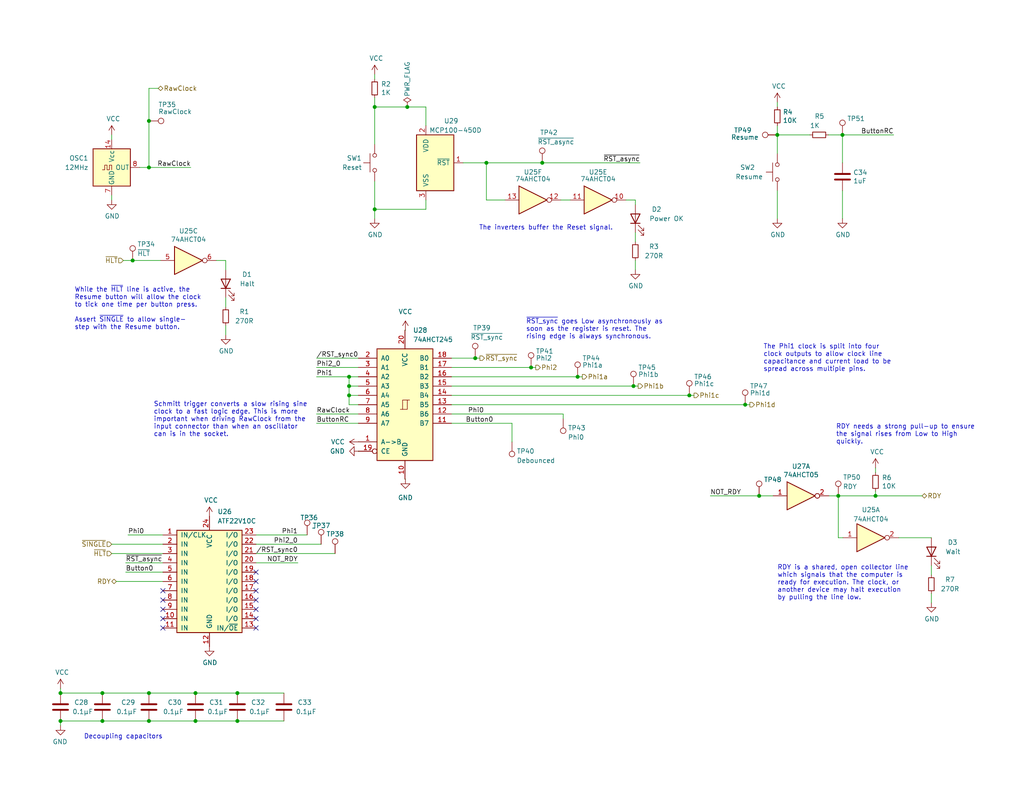
<source format=kicad_sch>
(kicad_sch (version 20230121) (generator eeschema)
  (paper "USLetter")
  (title_block (title "Turtle16: Clock") (date "2023-10-22") (rev "C"))
  (lib_symbols
    (symbol "74xx:74HC245" (pin_names (offset 1.016))
      (property "Reference" "U" (at -7.62 16.51 0))
      (property "Value" "74HC245" (at -7.62 -16.51 0))
      (symbol "74HC245_1_0"
        (polyline (pts (xy -0.635 -1.27) (xy -0.635 1.27) (xy 0.635 1.27)))
        (polyline (pts (xy -1.27 -1.27) (xy 0.635 -1.27) (xy 0.635 1.27) (xy 1.27 1.27)))
        (pin input line (at -12.7 -10.16 0) (length 5.08) (name "A->B") (number "1"))
        (pin power_in line (at 0 -20.32 90) (length 5.08) (name "GND") (number "10"))
        (pin tri_state line (at 12.7 -5.08 180) (length 5.08) (name "B7") (number "11"))
        (pin tri_state line (at 12.7 -2.54 180) (length 5.08) (name "B6") (number "12"))
        (pin tri_state line (at 12.7 0 180) (length 5.08) (name "B5") (number "13"))
        (pin tri_state line (at 12.7 2.54 180) (length 5.08) (name "B4") (number "14"))
        (pin tri_state line (at 12.7 5.08 180) (length 5.08) (name "B3") (number "15"))
        (pin tri_state line (at 12.7 7.62 180) (length 5.08) (name "B2") (number "16"))
        (pin tri_state line (at 12.7 10.16 180) (length 5.08) (name "B1") (number "17"))
        (pin tri_state line (at 12.7 12.7 180) (length 5.08) (name "B0") (number "18"))
        (pin input inverted (at -12.7 -12.7 0) (length 5.08) (name "CE") (number "19"))
        (pin tri_state line (at -12.7 12.7 0) (length 5.08) (name "A0") (number "2"))
        (pin power_in line (at 0 20.32 270) (length 5.08) (name "VCC") (number "20"))
        (pin tri_state line (at -12.7 10.16 0) (length 5.08) (name "A1") (number "3"))
        (pin tri_state line (at -12.7 7.62 0) (length 5.08) (name "A2") (number "4"))
        (pin tri_state line (at -12.7 5.08 0) (length 5.08) (name "A3") (number "5"))
        (pin tri_state line (at -12.7 2.54 0) (length 5.08) (name "A4") (number "6"))
        (pin tri_state line (at -12.7 0 0) (length 5.08) (name "A5") (number "7"))
        (pin tri_state line (at -12.7 -2.54 0) (length 5.08) (name "A6") (number "8"))
        (pin tri_state line (at -12.7 -5.08 0) (length 5.08) (name "A7") (number "9"))
      )
      (symbol "74HC245_1_1"
        (rectangle (start -7.62 15.24) (end 7.62 -15.24) (stroke (width 0.254)) (fill (type background)))
      )
    )
    (symbol "74xx:74LS04"
      (property "Reference" "U" (at 0 1.27 0))
      (property "Value" "74LS04" (at 0 -1.27 0))
      (symbol "74LS04_1_0"
        (polyline (pts (xy -3.81 3.81) (xy -3.81 -3.81) (xy 3.81 0) (xy -3.81 3.81)) (stroke (width 0.254)) (fill (type background)))
        (pin input line (at -7.62 0 0) (length 3.81) (name "~") (number "1"))
        (pin output inverted (at 7.62 0 180) (length 3.81) (name "~") (number "2"))
      )
      (symbol "74LS04_2_0"
        (polyline (pts (xy -3.81 3.81) (xy -3.81 -3.81) (xy 3.81 0) (xy -3.81 3.81)) (stroke (width 0.254)) (fill (type background)))
        (pin input line (at -7.62 0 0) (length 3.81) (name "~") (number "3"))
        (pin output inverted (at 7.62 0 180) (length 3.81) (name "~") (number "4"))
      )
      (symbol "74LS04_3_0"
        (polyline (pts (xy -3.81 3.81) (xy -3.81 -3.81) (xy 3.81 0) (xy -3.81 3.81)) (stroke (width 0.254)) (fill (type background)))
        (pin input line (at -7.62 0 0) (length 3.81) (name "~") (number "5"))
        (pin output inverted (at 7.62 0 180) (length 3.81) (name "~") (number "6"))
      )
      (symbol "74LS04_4_0"
        (polyline (pts (xy -3.81 3.81) (xy -3.81 -3.81) (xy 3.81 0) (xy -3.81 3.81)) (stroke (width 0.254)) (fill (type background)))
        (pin output inverted (at 7.62 0 180) (length 3.81) (name "~") (number "8"))
        (pin input line (at -7.62 0 0) (length 3.81) (name "~") (number "9"))
      )
      (symbol "74LS04_5_0"
        (polyline (pts (xy -3.81 3.81) (xy -3.81 -3.81) (xy 3.81 0) (xy -3.81 3.81)) (stroke (width 0.254)) (fill (type background)))
        (pin output inverted (at 7.62 0 180) (length 3.81) (name "~") (number "10"))
        (pin input line (at -7.62 0 0) (length 3.81) (name "~") (number "11"))
      )
      (symbol "74LS04_6_0"
        (polyline (pts (xy -3.81 3.81) (xy -3.81 -3.81) (xy 3.81 0) (xy -3.81 3.81)) (stroke (width 0.254)) (fill (type background)))
        (pin output inverted (at 7.62 0 180) (length 3.81) (name "~") (number "12"))
        (pin input line (at -7.62 0 0) (length 3.81) (name "~") (number "13"))
      )
      (symbol "74LS04_7_0"
        (pin power_in line (at 0 12.7 270) (length 5.08) (name "VCC") (number "14"))
        (pin power_in line (at 0 -12.7 90) (length 5.08) (name "GND") (number "7"))
      )
      (symbol "74LS04_7_1"
        (rectangle (start -5.08 7.62) (end 5.08 -7.62) (stroke (width 0.254)) (fill (type background)))
      )
    )
    (symbol "74xx:74LS05" (pin_names (offset 1.016))
      (property "Reference" "U" (at 0 1.27 0))
      (property "Value" "74LS05" (at 0 -1.27 0))
      (symbol "74LS05_1_0"
        (polyline (pts (xy -3.81 3.81) (xy -3.81 -3.81) (xy 3.81 0) (xy -3.81 3.81)) (stroke (width 0.254)) (fill (type background)))
        (pin input line (at -7.62 0 0) (length 3.81) (name "~") (number "1"))
        (pin open_collector inverted (at 7.62 0 180) (length 3.81) (name "~") (number "2"))
      )
      (symbol "74LS05_2_0"
        (polyline (pts (xy -3.81 3.81) (xy -3.81 -3.81) (xy 3.81 0) (xy -3.81 3.81)) (stroke (width 0.254)) (fill (type background)))
        (pin input line (at -7.62 0 0) (length 3.81) (name "~") (number "3"))
        (pin open_collector inverted (at 7.62 0 180) (length 3.81) (name "~") (number "4"))
      )
      (symbol "74LS05_3_0"
        (polyline (pts (xy -3.81 3.81) (xy -3.81 -3.81) (xy 3.81 0) (xy -3.81 3.81)) (stroke (width 0.254)) (fill (type background)))
        (pin input line (at -7.62 0 0) (length 3.81) (name "~") (number "5"))
        (pin open_collector inverted (at 7.62 0 180) (length 3.81) (name "~") (number "6"))
      )
      (symbol "74LS05_4_0"
        (polyline (pts (xy -3.81 3.81) (xy -3.81 -3.81) (xy 3.81 0) (xy -3.81 3.81)) (stroke (width 0.254)) (fill (type background)))
        (pin open_collector inverted (at 7.62 0 180) (length 3.81) (name "~") (number "8"))
        (pin input line (at -7.62 0 0) (length 3.81) (name "~") (number "9"))
      )
      (symbol "74LS05_5_0"
        (polyline (pts (xy -3.81 3.81) (xy -3.81 -3.81) (xy 3.81 0) (xy -3.81 3.81)) (stroke (width 0.254)) (fill (type background)))
        (pin open_collector inverted (at 7.62 0 180) (length 3.81) (name "~") (number "10"))
        (pin input line (at -7.62 0 0) (length 3.81) (name "~") (number "11"))
      )
      (symbol "74LS05_6_0"
        (polyline (pts (xy -3.81 3.81) (xy -3.81 -3.81) (xy 3.81 0) (xy -3.81 3.81)) (stroke (width 0.254)) (fill (type background)))
        (pin open_collector inverted (at 7.62 0 180) (length 3.81) (name "~") (number "12"))
        (pin input line (at -7.62 0 0) (length 3.81) (name "~") (number "13"))
      )
      (symbol "74LS05_7_0"
        (pin power_in line (at 0 12.7 270) (length 5.08) (name "VCC") (number "14"))
        (pin power_in line (at 0 -12.7 90) (length 5.08) (name "GND") (number "7"))
      )
      (symbol "74LS05_7_1"
        (rectangle (start -5.08 7.62) (end 5.08 -7.62) (stroke (width 0.254)) (fill (type background)))
      )
    )
    (symbol "Connector:TestPoint" (pin_numbers hide) (pin_names (offset 0.762) hide)
      (property "Reference" "TP" (at 0 6.858 0))
      (property "Value" "TestPoint" (at 0 5.08 0))
      (symbol "TestPoint_0_1"
        (circle (center 0 3.302) (radius 0.762))
      )
      (symbol "TestPoint_1_1"
        (pin passive line (at 0 0 90) (length 2.54) (name "1") (number "1"))
      )
    )
    (symbol "ControlModule-rescue:ATF22V10C-Logic_Programmable" (pin_names (offset 1.016))
      (property "Reference" "U" (at -7.62 17.78 0))
      (property "Value" "ATF22V10C-Logic_Programmable" (at -7.62 15.24 0))
      (symbol "ATF22V10C-Logic_Programmable_1_1"
        (rectangle (start -8.89 -15.24) (end 8.89 12.7) (stroke (width 0.254)) (fill (type background)))
        (pin input line (at -12.7 11.43 0) (length 3.81) (name "IN/CLK") (number "1"))
        (pin input line (at -12.7 -11.43 0) (length 3.81) (name "IN") (number "10"))
        (pin input line (at -12.7 -13.97 0) (length 3.81) (name "IN") (number "11"))
        (pin power_in line (at 0 -19.05 90) (length 3.81) (name "GND") (number "12"))
        (pin input line (at 12.7 -13.97 180) (length 3.81) (name "IN/~{OE}") (number "13"))
        (pin passive line (at 12.7 -11.43 180) (length 3.81) (name "I/O") (number "14"))
        (pin passive line (at 12.7 -8.89 180) (length 3.81) (name "I/O") (number "15"))
        (pin passive line (at 12.7 -6.35 180) (length 3.81) (name "I/O") (number "16"))
        (pin passive line (at 12.7 -3.81 180) (length 3.81) (name "I/O") (number "17"))
        (pin passive line (at 12.7 -1.27 180) (length 3.81) (name "I/O") (number "18"))
        (pin passive line (at 12.7 1.27 180) (length 3.81) (name "I/O") (number "19"))
        (pin input line (at -12.7 8.89 0) (length 3.81) (name "IN") (number "2"))
        (pin passive line (at 12.7 3.81 180) (length 3.81) (name "I/O") (number "20"))
        (pin passive line (at 12.7 6.35 180) (length 3.81) (name "I/O") (number "21"))
        (pin passive line (at 12.7 8.89 180) (length 3.81) (name "I/O") (number "22"))
        (pin passive line (at 12.7 11.43 180) (length 3.81) (name "I/O") (number "23"))
        (pin power_in line (at 0 16.51 270) (length 3.81) (name "VCC") (number "24"))
        (pin input line (at -12.7 6.35 0) (length 3.81) (name "IN") (number "3"))
        (pin input line (at -12.7 3.81 0) (length 3.81) (name "IN") (number "4"))
        (pin input line (at -12.7 1.27 0) (length 3.81) (name "IN") (number "5"))
        (pin input line (at -12.7 -1.27 0) (length 3.81) (name "IN") (number "6"))
        (pin input line (at -12.7 -3.81 0) (length 3.81) (name "IN") (number "7"))
        (pin input line (at -12.7 -6.35 0) (length 3.81) (name "IN") (number "8"))
        (pin input line (at -12.7 -8.89 0) (length 3.81) (name "IN") (number "9"))
      )
    )
    (symbol "Device:C" (pin_numbers hide) (pin_names (offset 0.254))
      (property "Reference" "C" (at 0.635 2.54 0))
      (property "Value" "C" (at 0.635 -2.54 0))
      (symbol "C_0_1"
        (polyline (pts (xy -2.032 -0.762) (xy 2.032 -0.762)) (stroke (width 0.508)))
        (polyline (pts (xy -2.032 0.762) (xy 2.032 0.762)) (stroke (width 0.508)))
      )
      (symbol "C_1_1"
        (pin passive line (at 0 3.81 270) (length 2.794) (name "~") (number "1"))
        (pin passive line (at 0 -3.81 90) (length 2.794) (name "~") (number "2"))
      )
    )
    (symbol "Device:LED" (pin_numbers hide) (pin_names (offset 1.016) hide)
      (property "Reference" "D" (at 0 2.54 0))
      (property "Value" "LED" (at 0 -2.54 0))
      (symbol "LED_0_1"
        (polyline (pts (xy -1.27 -1.27) (xy -1.27 1.27)) (stroke (width 0.254)))
        (polyline (pts (xy -1.27 0) (xy 1.27 0)))
        (polyline (pts (xy 1.27 -1.27) (xy 1.27 1.27) (xy -1.27 0) (xy 1.27 -1.27)) (stroke (width 0.254)))
        (polyline (pts (xy -3.048 -0.762) (xy -4.572 -2.286) (xy -3.81 -2.286) (xy -4.572 -2.286) (xy -4.572 -1.524)))
        (polyline (pts (xy -1.778 -0.762) (xy -3.302 -2.286) (xy -2.54 -2.286) (xy -3.302 -2.286) (xy -3.302 -1.524)))
      )
      (symbol "LED_1_1"
        (pin passive line (at -3.81 0 0) (length 2.54) (name "K") (number "1"))
        (pin passive line (at 3.81 0 180) (length 2.54) (name "A") (number "2"))
      )
    )
    (symbol "Device:R_Small" (pin_numbers hide) (pin_names (offset 0.254) hide)
      (property "Reference" "R" (at 0.762 0.508 0))
      (property "Value" "R_Small" (at 0.762 -1.016 0))
      (symbol "R_Small_0_1"
        (rectangle (start -0.762 1.778) (end 0.762 -1.778) (stroke (width 0.2032)))
      )
      (symbol "R_Small_1_1"
        (pin passive line (at 0 2.54 270) (length 0.762) (name "~") (number "1"))
        (pin passive line (at 0 -2.54 90) (length 0.762) (name "~") (number "2"))
      )
    )
    (symbol "Oscillator:ACO-xxxMHz" (pin_names (offset 0.254))
      (property "Reference" "X" (at -5.08 6.35 0))
      (property "Value" "ACO-xxxMHz" (at 1.27 -6.35 0))
      (symbol "ACO-xxxMHz_0_1"
        (rectangle (start -5.08 5.08) (end 5.08 -5.08) (stroke (width 0.254)) (fill (type background)))
        (polyline (pts (xy -2.54 -0.635) (xy -1.905 -0.635) (xy -1.905 0.635) (xy -1.27 0.635) (xy -1.27 -0.635) (xy -0.635 -0.635) (xy -0.635 0.635) (xy 0 0.635) (xy 0 -0.635)))
      )
      (symbol "ACO-xxxMHz_1_1"
        (pin no_connect line (at -5.08 2.54 0) (length 2.54) hide (name "NC") (number "1"))
        (pin power_in line (at 0 7.62 270) (length 2.54) (name "Vcc") (number "14"))
        (pin power_in line (at 0 -7.62 90) (length 2.54) (name "GND") (number "7"))
        (pin output line (at 7.62 0 180) (length 2.54) (name "OUT") (number "8"))
      )
    )
    (symbol "Power_Supervisor:MCP100-450D" (pin_names (offset 1.016))
      (property "Reference" "U" (at 0 8.89 0))
      (property "Value" "MCP100-450D" (at -1.27 -8.89 0))
      (symbol "MCP100-450D_1_1"
        (rectangle (start -5.08 7.62) (end 5.08 -7.62) (stroke (width 0.254)) (fill (type background)))
        (pin output line (at 7.62 0 180) (length 2.54) (name "~{RST}") (number "1"))
        (pin power_in line (at -2.54 10.16 270) (length 2.54) (name "VDD") (number "2"))
        (pin power_in line (at -2.54 -10.16 90) (length 2.54) (name "VSS") (number "3"))
      )
    )
    (symbol "Switch:SW_Push" (pin_numbers hide) (pin_names (offset 1.016) hide)
      (property "Reference" "SW" (at 1.27 2.54 0))
      (property "Value" "SW_Push" (at 0 -1.524 0))
      (symbol "SW_Push_0_1"
        (circle (center -2.032 0) (radius 0.508))
        (polyline (pts (xy 0 1.27) (xy 0 3.048)))
        (polyline (pts (xy 2.54 1.27) (xy -2.54 1.27)))
        (circle (center 2.032 0) (radius 0.508))
        (pin passive line (at -5.08 0 0) (length 2.54) (name "1") (number "1"))
        (pin passive line (at 5.08 0 180) (length 2.54) (name "2") (number "2"))
      )
    )
    (symbol "power:GND" (power) (pin_names (offset 0))
      (property "Value" "GND" (at 0 -3.81 0))
      (symbol "GND_0_1"
        (polyline (pts (xy 0 0) (xy 0 -1.27) (xy 1.27 -1.27) (xy 0 -2.54) (xy -1.27 -1.27) (xy 0 -1.27)))
      )
      (symbol "GND_1_1"
        (pin power_in line (at 0 0 270) (length 0) hide (name "GND") (number "1"))
      )
    )
    (symbol "power:PWR_FLAG" (power) (pin_numbers hide) (pin_names (offset 0) hide)
      (property "Value" "PWR_FLAG" (at 0 3.81 0))
      (symbol "PWR_FLAG_0_0"
        (pin power_out line (at 0 0 90) (length 0) (name "pwr") (number "1"))
      )
      (symbol "PWR_FLAG_0_1"
        (polyline (pts (xy 0 0) (xy 0 1.27) (xy -1.016 1.905) (xy 0 2.54) (xy 1.016 1.905) (xy 0 1.27)))
      )
    )
    (symbol "power:VCC" (power) (pin_names (offset 0))
      (property "Value" "VCC" (at 0 3.81 0))
      (symbol "VCC_0_1"
        (polyline (pts (xy -0.762 1.27) (xy 0 2.54)))
        (polyline (pts (xy 0 0) (xy 0 2.54)))
        (polyline (pts (xy 0 2.54) (xy 0.762 1.27)))
      )
      (symbol "VCC_1_1"
        (pin power_in line (at 0 0 90) (length 0) hide (name "VCC") (number "1"))
      )
    )
  )
  (junction (at 106.68 290.83))
  (junction (at 72.39 262.89))
  (junction (at 106.68 276.86))
  (junction (at 95.25 107.95))
  (junction (at 203.327 110.49))
  (junction (at 53.34 189.23))
  (junction (at 207.137 135.382))
  (junction (at 157.607 102.87))
  (junction (at 102.235 57.15))
  (junction (at 238.887 135.382))
  (junction (at 64.77 189.23))
  (junction (at 72.39 289.56))
  (junction (at 72.39 250.19))
  (junction (at 40.64 33.02))
  (junction (at 16.51 189.23))
  (junction (at 188.087 107.95))
  (junction (at 132.715 44.45))
  (junction (at 229.87 36.83))
  (junction (at 95.25 105.41))
  (junction (at 212.09 36.83))
  (junction (at 27.94 196.85))
  (junction (at 40.64 45.72))
  (junction (at 27.94 189.23))
  (junction (at 111.125 29.21))
  (junction (at 40.64 196.85))
  (junction (at 102.235 29.21))
  (junction (at 16.51 196.85))
  (junction (at 172.847 105.41))
  (junction (at 95.25 102.87))
  (junction (at 36.195 71.12))
  (junction (at 72.39 276.86))
  (junction (at 144.907 100.33))
  (junction (at 129.667 97.79))
  (junction (at 147.955 44.45))
  (junction (at 64.77 196.85))
  (junction (at 228.727 135.382))
  (junction (at 53.34 196.85))
  (junction (at 72.39 237.49))
  (junction (at 40.64 189.23))
  (no_connect (at 87.63 276.86))
  (no_connect (at 44.45 168.91))
  (no_connect (at 69.85 171.45))
  (no_connect (at 44.45 163.83))
  (no_connect (at 69.85 156.21))
  (no_connect (at 121.92 276.86))
  (no_connect (at 44.45 171.45))
  (no_connect (at 69.85 161.29))
  (no_connect (at 44.45 161.29))
  (no_connect (at 87.63 250.19))
  (no_connect (at 87.63 237.49))
  (no_connect (at 69.85 168.91))
  (no_connect (at 69.85 158.75))
  (no_connect (at 87.63 289.56))
  (no_connect (at 69.85 166.37))
  (no_connect (at 69.85 163.83))
  (no_connect (at 87.63 262.89))
  (no_connect (at 44.45 166.37))
  (no_connect (at 121.92 290.83))
  (wire (pts (xy 44.45 156.21) (xy 34.29 156.21)))
  (wire (pts (xy 34.29 153.67) (xy 44.45 153.67)))
  (wire (pts (xy 226.187 135.382) (xy 228.727 135.382)))
  (wire (pts (xy 95.25 102.87) (xy 95.25 105.41)))
  (wire (pts (xy 229.997 146.812) (xy 228.727 146.812)))
  (wire (pts (xy 64.77 196.85) (xy 77.47 196.85)))
  (wire (pts (xy 173.355 63.5) (xy 173.355 66.04)))
  (wire (pts (xy 116.205 54.61) (xy 116.205 57.15)))
  (wire (pts (xy 72.39 276.86) (xy 72.39 289.56)))
  (wire (pts (xy 228.727 135.382) (xy 228.727 146.812)))
  (wire (pts (xy 147.955 44.45) (xy 174.625 44.45)))
  (wire (pts (xy 157.607 102.87) (xy 158.877 102.87)))
  (wire (pts (xy 44.45 151.13) (xy 30.48 151.13)))
  (wire (pts (xy 44.45 148.59) (xy 30.48 148.59)))
  (wire (pts (xy 40.64 45.72) (xy 52.07 45.72)))
  (wire (pts (xy 31.75 158.75) (xy 44.45 158.75)))
  (wire (pts (xy 102.235 57.15) (xy 116.205 57.15)))
  (wire (pts (xy 106.68 290.83) (xy 106.68 294.64)))
  (wire (pts (xy 72.39 227.33) (xy 72.39 237.49)))
  (wire (pts (xy 36.195 71.12) (xy 43.815 71.12)))
  (wire (pts (xy 193.802 135.382) (xy 207.137 135.382)))
  (wire (pts (xy 106.68 320.04) (xy 106.68 321.31)))
  (wire (pts (xy 97.79 120.65) (xy 97.917 120.65)))
  (wire (pts (xy 72.39 289.56) (xy 72.39 294.64)))
  (wire (pts (xy 203.327 110.49) (xy 204.597 110.49)))
  (wire (pts (xy 111.125 29.21) (xy 116.205 29.21)))
  (wire (pts (xy 123.19 113.03) (xy 153.67 113.03)))
  (wire (pts (xy 97.79 123.19) (xy 97.917 123.19)))
  (wire (pts (xy 110.49 90.17) (xy 110.617 90.17)))
  (wire (pts (xy 59.055 71.12) (xy 61.595 71.12)))
  (wire (pts (xy 132.715 44.45) (xy 147.955 44.45)))
  (wire (pts (xy 123.19 102.87) (xy 157.607 102.87)))
  (wire (pts (xy 139.7 120.65) (xy 139.7 115.57)))
  (wire (pts (xy 173.355 71.12) (xy 173.355 73.66)))
  (wire (pts (xy 95.25 105.41) (xy 95.25 107.95)))
  (wire (pts (xy 212.09 52.07) (xy 212.09 59.69)))
  (wire (pts (xy 153.67 114.3) (xy 153.67 113.03)))
  (wire (pts (xy 155.575 54.61) (xy 153.035 54.61)))
  (wire (pts (xy 226.06 36.83) (xy 229.87 36.83)))
  (wire (pts (xy 132.715 44.45) (xy 132.715 54.61)))
  (wire (pts (xy 229.87 36.83) (xy 243.84 36.83)))
  (wire (pts (xy 116.205 29.21) (xy 116.205 34.29)))
  (wire (pts (xy 86.36 102.87) (xy 95.25 102.87)))
  (wire (pts (xy 172.847 105.41) (xy 174.117 105.41)))
  (wire (pts (xy 106.68 276.86) (xy 106.68 290.83)))
  (wire (pts (xy 53.34 189.23) (xy 64.77 189.23)))
  (wire (pts (xy 254.127 162.052) (xy 254.127 164.592)))
  (wire (pts (xy 207.137 135.382) (xy 210.947 135.382)))
  (wire (pts (xy 95.25 107.95) (xy 95.25 110.49)))
  (wire (pts (xy 238.887 127.762) (xy 238.887 129.032)))
  (wire (pts (xy 72.39 262.89) (xy 72.39 276.86)))
  (wire (pts (xy 69.85 151.13) (xy 91.44 151.13)))
  (wire (pts (xy 106.68 226.06) (xy 106.68 276.86)))
  (wire (pts (xy 69.85 146.05) (xy 83.82 146.05)))
  (wire (pts (xy 72.39 320.04) (xy 72.39 323.85)))
  (wire (pts (xy 40.64 189.23) (xy 27.94 189.23)))
  (wire (pts (xy 34.925 146.05) (xy 44.45 146.05)))
  (wire (pts (xy 30.48 53.34) (xy 30.48 54.61)))
  (wire (pts (xy 144.907 100.33) (xy 146.177 100.33)))
  (wire (pts (xy 245.237 146.812) (xy 254.127 146.812)))
  (wire (pts (xy 16.51 196.85) (xy 16.51 198.12)))
  (wire (pts (xy 102.235 49.53) (xy 102.235 57.15)))
  (wire (pts (xy 61.595 88.9) (xy 61.595 91.44)))
  (wire (pts (xy 61.595 81.28) (xy 61.595 83.82)))
  (wire (pts (xy 188.087 107.95) (xy 189.357 107.95)))
  (wire (pts (xy 170.815 54.61) (xy 173.355 54.61)))
  (wire (pts (xy 27.94 189.23) (xy 16.51 189.23)))
  (wire (pts (xy 123.19 105.41) (xy 172.847 105.41)))
  (wire (pts (xy 97.79 113.03) (xy 86.36 113.03)))
  (wire (pts (xy 212.09 34.29) (xy 212.09 36.83)))
  (wire (pts (xy 16.51 189.23) (xy 16.51 187.96)))
  (wire (pts (xy 123.19 107.95) (xy 188.087 107.95)))
  (wire (pts (xy 173.355 54.61) (xy 173.355 55.88)))
  (wire (pts (xy 123.19 110.49) (xy 203.327 110.49)))
  (wire (pts (xy 102.235 26.67) (xy 102.235 29.21)))
  (wire (pts (xy 110.49 130.81) (xy 110.617 130.81)))
  (wire (pts (xy 123.19 115.57) (xy 139.7 115.57)))
  (wire (pts (xy 86.36 97.79) (xy 97.79 97.79)))
  (wire (pts (xy 102.235 29.21) (xy 111.125 29.21)))
  (wire (pts (xy 229.87 52.07) (xy 229.87 59.69)))
  (wire (pts (xy 95.25 105.41) (xy 97.79 105.41)))
  (wire (pts (xy 38.1 45.72) (xy 40.64 45.72)))
  (wire (pts (xy 126.365 44.45) (xy 132.715 44.45)))
  (wire (pts (xy 72.39 237.49) (xy 72.39 250.19)))
  (wire (pts (xy 53.34 196.85) (xy 64.77 196.85)))
  (wire (pts (xy 40.64 33.02) (xy 40.64 45.72)))
  (wire (pts (xy 228.727 135.382) (xy 238.887 135.382)))
  (wire (pts (xy 238.887 135.382) (xy 251.587 135.382)))
  (wire (pts (xy 40.64 189.23) (xy 53.34 189.23)))
  (wire (pts (xy 40.64 24.13) (xy 40.64 33.02)))
  (wire (pts (xy 61.595 71.12) (xy 61.595 73.66)))
  (wire (pts (xy 102.235 29.21) (xy 102.235 39.37)))
  (wire (pts (xy 123.19 97.79) (xy 129.667 97.79)))
  (wire (pts (xy 77.47 189.23) (xy 64.77 189.23)))
  (wire (pts (xy 129.667 97.79) (xy 130.937 97.79)))
  (wire (pts (xy 229.87 44.45) (xy 229.87 36.83)))
  (wire (pts (xy 95.25 110.49) (xy 97.79 110.49)))
  (wire (pts (xy 40.64 196.85) (xy 53.34 196.85)))
  (wire (pts (xy 95.25 107.95) (xy 97.79 107.95)))
  (wire (pts (xy 102.235 57.15) (xy 102.235 59.69)))
  (wire (pts (xy 95.25 102.87) (xy 97.79 102.87)))
  (wire (pts (xy 238.887 134.112) (xy 238.887 135.382)))
  (wire (pts (xy 27.94 196.85) (xy 40.64 196.85)))
  (wire (pts (xy 102.235 20.32) (xy 102.235 21.59)))
  (wire (pts (xy 69.85 148.59) (xy 87.63 148.59)))
  (wire (pts (xy 123.19 100.33) (xy 144.907 100.33)))
  (wire (pts (xy 97.79 115.57) (xy 86.36 115.57)))
  (wire (pts (xy 220.98 36.83) (xy 212.09 36.83)))
  (wire (pts (xy 86.36 100.33) (xy 97.79 100.33)))
  (wire (pts (xy 212.09 36.83) (xy 212.09 41.91)))
  (wire (pts (xy 16.51 196.85) (xy 27.94 196.85)))
  (wire (pts (xy 33.655 71.12) (xy 36.195 71.12)))
  (wire (pts (xy 72.39 250.19) (xy 72.39 262.89)))
  (wire (pts (xy 43.18 24.13) (xy 40.64 24.13)))
  (wire (pts (xy 132.715 54.61) (xy 137.795 54.61)))
  (wire (pts (xy 212.09 27.94) (xy 212.09 29.21)))
  (wire (pts (xy 81.28 153.67) (xy 69.85 153.67)))
  (wire (pts (xy 254.127 154.432) (xy 254.127 156.972)))
  (wire (pts (xy 30.48 36.83) (xy 30.48 38.1)))
  (text "~{RST_sync} goes Low asynchronously as\nsoon as the register is reset. The\nrising edge is always synchronous." (at 143.51 92.71 0) (effects (font (size 1.27 1.27)) (justify left bottom)))
  (text "RDY is a shared, open collector line\nwhich signals that the computer is\nready for execution. The clock, or\nanother device may halt execution\nby pulling the line low." (at 212.09 163.957 0) (effects (font (size 1.27 1.27)) (justify left bottom)))
  (text "The inverters buffer the Reset signal." (at 130.683 62.992 0) (effects (font (size 1.27 1.27)) (justify left bottom)))
  (text "RDY needs a strong pull-up to ensure\nthe signal rises from Low to High\nquickly." (at 228.092 121.412 0) (effects (font (size 1.27 1.27)) (justify left bottom)))
  (text "The Phi1 clock is split into four\nclock outputs to allow clock line\ncapacitance and current load to be\nspread across multiple pins." (at 208.28 101.6 0) (effects (font (size 1.27 1.27)) (justify left bottom)))
  (text "Schmitt trigger converts a slow rising sine\nclock to a fast logic edge. This is more\nimportant when driving RawClock from the\ninput connector than when an oscillator\ncan is in the socket." (at 41.91 119.38 0) (effects (font (size 1.27 1.27)) (justify left bottom)))
  (text "Unused devices" (at 48.26 219.075 0) (effects (font (size 1.27 1.27)) (justify left bottom)))
  (text "While the ~{HLT} line is active, the\nResume button will allow the clock\nto tick one time per button press.\n\nAssert ~{SINGLE} to allow single-\nstep with the Resume button." (at 20.32 90.17 0) (effects (font (size 1.27 1.27)) (justify left bottom)))
  (text "Decoupling capacitors" (at 22.86 201.93 0) (effects (font (size 1.27 1.27)) (justify left bottom)))
  (label "{slash}RST_sync0" (at 86.36 97.79 0))
  (label "Phi1" (at 86.36 102.87 0))
  (label "~{RST_async}" (at 34.29 153.67 0))
  (label "Phi2_0" (at 86.36 100.33 0))
  (label "RawClock" (at 86.36 113.03 0))
  (label "~{RST_async}" (at 174.625 44.45 180))
  (label "Button0" (at 134.62 115.57 180))
  (label "NOT_RDY" (at 81.28 153.67 180))
  (label "{slash}RST_sync0" (at 81.28 151.13 180))
  (label "Button0" (at 34.29 156.21 0))
  (label "Phi0" (at 34.925 146.05 0))
  (label "Phi1" (at 81.28 146.05 180))
  (label "Phi2_0" (at 81.28 148.59 180))
  (label "Phi0" (at 132.08 113.03 180))
  (label "NOT_RDY" (at 193.802 135.382 0))
  (label "ButtonRC" (at 243.84 36.83 180))
  (label "ButtonRC" (at 86.36 115.57 0))
  (label "RawClock" (at 52.07 45.72 180))
  (hierarchical_label "Phi1d" (shape output) (at 204.597 110.49 0))
  (hierarchical_label "~{HLT}" (shape input) (at 33.655 71.12 180))
  (hierarchical_label "Phi1a" (shape output) (at 158.877 102.87 0))
  (hierarchical_label "Phi1b" (shape output) (at 174.117 105.41 0))
  (hierarchical_label "RDY" (shape tri_state) (at 251.587 135.382 0))
  (hierarchical_label "~{RST_sync}" (shape output) (at 130.937 97.79 0))
  (hierarchical_label "RawClock" (shape bidirectional) (at 43.18 24.13 0))
  (hierarchical_label "Phi1c" (shape output) (at 189.357 107.95 0))
  (hierarchical_label "~{SINGLE}" (shape input) (at 30.48 148.59 180))
  (hierarchical_label "RDY" (shape tri_state) (at 31.75 158.75 180))
  (hierarchical_label "~{HLT}" (shape input) (at 30.48 151.13 180))
  (hierarchical_label "Phi2" (shape output) (at 146.177 100.33 0))
  (symbol (lib_id "power:GND") (at 173.355 73.66 0) (unit 1)
    (property "Reference" "#PWR0174" (effects hide))
    (property "Value" "GND" (at 173.482 78.0542 0))
  )
  (symbol (lib_id "Connector:TestPoint") (at 212.09 36.83 90) (unit 1)
    (property "Reference" "TP49" (at 205.105 35.56 90) (effects (justify left)))
    (property "Value" "Resume" (at 207.01 37.465 90) (effects (justify left)))
    (property "Footprint" "TestPoint:TestPoint_Pad_D1.0mm" (effects hide))
  )
  (symbol (lib_id "power:GND") (at 212.09 59.69 0) (unit 1)
    (property "Reference" "#PWR0176" (effects hide))
    (property "Value" "GND" (at 212.217 64.0842 0))
  )
  (symbol (lib_id "Device:C") (at 27.94 193.04 0) (unit 1)
    (property "Reference" "C29" (at 33.02 191.77 0) (effects (justify left)))
    (property "Value" "0.1µF" (at 31.75 194.31 0) (effects (justify left)))
    (property "Footprint" "Capacitor_SMD:C_0603_1608Metric_Pad1.08x0.95mm_HandSolder" (effects hide))
    (property "Mouser" "https://www.mouser.com/ProductDetail/963-EMK107B7104KAHT" (effects hide))
  )
  (symbol (lib_id "Device:LED") (at 254.127 150.622 90) (unit 1)
    (property "Reference" "D3" (at 258.572 148.082 90) (effects (justify right)))
    (property "Value" "Wait" (at 257.937 150.622 90) (effects (justify right)))
    (property "Footprint" "LED_SMD:LED_0805_2012Metric" (effects hide))
    (property "Mouser" "https://www.mouser.com/ProductDetail/604-AP2012ID" (effects hide))
  )
  (symbol (lib_id "Device:C") (at 64.77 193.04 0) (mirror y) (unit 1)
    (property "Reference" "C32" (at 72.39 191.77 0) (effects (justify left)))
    (property "Value" "0.1µF" (at 73.66 194.31 0) (effects (justify left)))
    (property "Footprint" "Capacitor_SMD:C_0603_1608Metric_Pad1.08x0.95mm_HandSolder" (effects hide))
    (property "Mouser" "https://www.mouser.com/ProductDetail/963-EMK107B7104KAHT" (effects hide))
  )
  (symbol (lib_id "Oscillator:ACO-xxxMHz") (at 30.48 45.72 0) (unit 1)
    (property "Reference" "OSC1" (at 24.13 43.18 0) (effects (justify right)))
    (property "Value" "12MHz" (at 24.13 45.72 0) (effects (justify right)))
    (property "Footprint" "Oscillator:Oscillator_DIP-14" (effects hide))
    (property "Datasheet" "http://www.conwin.com/datasheets/cx/cx030.pdf" (effects hide))
    (property "Mouser" "https://www.mouser.com/ProductDetail/ABRACON/ACO-12000MHZ-EK?qs=2xLVn2jvFuvTNNmW6JUIaw%3D%3D" (effects hide))
    (property "Mouser2" "https://www.mouser.com/ProductDetail/535-1107741" (effects hide))
  )
  (symbol (lib_id "Device:R_Small") (at 254.127 159.512 0) (unit 1)
    (property "Reference" "R7" (at 259.207 158.242 0))
    (property "Value" "270R" (at 259.207 160.782 0))
    (property "Footprint" "Capacitor_SMD:C_0603_1608Metric" (effects hide))
    (property "Mouser" "https://www.mouser.com/ProductDetail/652-CR0603FX-2700ELF" (effects hide))
  )
  (symbol (lib_id "Device:LED") (at 61.595 77.47 90) (unit 1)
    (property "Reference" "D1" (at 66.04 74.93 90) (effects (justify right)))
    (property "Value" "Halt" (at 65.405 77.47 90) (effects (justify right)))
    (property "Footprint" "LED_SMD:LED_0805_2012Metric" (effects hide))
    (property "Mouser" "https://www.mouser.com/ProductDetail/604-AP2012ID" (effects hide))
  )
  (symbol (lib_id "Connector:TestPoint") (at 36.195 71.12 0) (unit 1)
    (property "Reference" "TP34" (at 37.465 66.675 0) (effects (justify left)))
    (property "Value" "~{HLT}" (at 37.465 69.215 0) (effects (justify left)))
    (property "Footprint" "TestPoint:TestPoint_Pad_D1.0mm" (effects hide))
  )
  (symbol (lib_id "Power_Supervisor:MCP100-450D") (at 118.745 44.45 0) (unit 1)
    (property "Reference" "U29" (at 125.095 33.02 0) (effects (justify right)))
    (property "Value" "MCP100-450D" (at 131.445 35.56 0) (effects (justify right)))
    (property "Footprint" "Package_TO_SOT_THT:TO-92" (effects hide))
    (property "Datasheet" "http://ww1.microchip.com/downloads/en/DeviceDoc/11187f.pdf" (effects hide))
    (property "Mouser" "https://www.mouser.com/ProductDetail/Microchip-Technology/MCP100-450DI-TO?qs=wJ05WdDZ4qSqHToh7J2ZpQ%3D%3D" (effects hide))
  )
  (symbol (lib_id "Connector:TestPoint") (at 83.82 146.05 0) (unit 1)
    (property "Reference" "TP36" (at 81.915 141.351 0) (effects (justify left)))
    (property "Value" "~" (at 85.09 144.145 0) (effects (justify left)))
    (property "Footprint" "TestPoint:TestPoint_Pad_D1.0mm" (effects hide))
  )
  (symbol (lib_id "Connector:TestPoint") (at 147.955 44.45 0) (unit 1)
    (property "Reference" "TP42" (at 147.32 36.195 0) (effects (justify left)))
    (property "Value" "~{RST_async}" (at 146.685 38.735 0) (effects (justify left)))
    (property "Footprint" "TestPoint:TestPoint_Pad_D1.0mm" (effects hide))
  )
  (symbol (lib_id "74xx:74LS05") (at 80.01 237.49 0) (unit 2)
    (property "Reference" "U27" (at 80.01 229.4382 0))
    (property "Value" "74AHCT05" (at 80.01 231.7496 0))
    (property "Footprint" "Package_SO:TSSOP-14_4.4x5mm_P0.65mm" (effects hide))
    (property "Datasheet" "http://www.ti.com/lit/gpn/sn74LS05" (effects hide))
    (property "Mouser" "https://www.mouser.com/ProductDetail/ON-Semiconductor-Fairchild/MM74HCT05MTC?qs=7qg%2FUSZkK84HVNk73cLWQw%3D%3D" (effects hide))
  )
  (symbol (lib_id "Connector:TestPoint") (at 207.137 135.382 0) (unit 1)
    (property "Reference" "TP48" (at 208.407 130.937 0) (effects (justify left)))
    (property "Value" "TP" (effects hide))
    (property "Footprint" "TestPoint:TestPoint_Pad_D1.0mm" (effects hide))
  )
  (symbol (lib_id "Connector:TestPoint") (at 229.87 36.83 0) (unit 1)
    (property "Reference" "TP51" (at 231.14 32.385 0) (effects (justify left)))
    (property "Value" "TP" (effects hide))
    (property "Footprint" "TestPoint:TestPoint_Pad_D1.0mm" (effects hide))
  )
  (symbol (lib_id "Device:LED") (at 173.355 59.69 90) (unit 1)
    (property "Reference" "D2" (at 177.8 57.15 90) (effects (justify right)))
    (property "Value" "Power OK" (at 177.165 59.69 90) (effects (justify right)))
    (property "Footprint" "LED_SMD:LED_0805_2012Metric" (effects hide))
    (property "Mouser" "https://www.mouser.com/ProductDetail/604-AP2012ID" (effects hide))
  )
  (symbol (lib_id "Device:C") (at 53.34 193.04 0) (mirror y) (unit 1)
    (property "Reference" "C31" (at 60.96 191.77 0) (effects (justify left)))
    (property "Value" "0.1µF" (at 62.23 194.31 0) (effects (justify left)))
    (property "Footprint" "Capacitor_SMD:C_0603_1608Metric_Pad1.08x0.95mm_HandSolder" (effects hide))
    (property "Mouser" "https://www.mouser.com/ProductDetail/963-EMK107B7104KAHT" (effects hide))
  )
  (symbol (lib_id "Device:R_Small") (at 238.887 131.572 0) (unit 1)
    (property "Reference" "R6" (at 240.6142 130.4036 0) (effects (justify left)))
    (property "Value" "10K" (at 240.6142 132.715 0) (effects (justify left)))
    (property "Footprint" "Resistor_SMD:R_0603_1608Metric_Pad0.98x0.95mm_HandSolder" (effects hide))
    (property "Mouser" "https://www.mouser.com/ProductDetail/652-CR0603FX-1001ELF" (effects hide))
  )
  (symbol (lib_id "power:VCC") (at 110.617 90.17 0) (unit 1)
    (property "Reference" "#PWR0172" (effects hide))
    (property "Value" "VCC" (at 110.617 85.09 0))
  )
  (symbol (lib_id "74xx:74LS04") (at 106.68 307.34 0) (unit 7)
    (property "Reference" "U25" (at 115.57 306.07 0))
    (property "Value" "74AHCT04" (at 118.11 308.61 0))
    (property "Footprint" "Package_SO:TSSOP-14_4.4x5mm_P0.65mm" (effects hide))
    (property "Datasheet" "http://www.ti.com/lit/gpn/sn74LS04" (effects hide))
    (property "Mouser" "https://www.mouser.com/ProductDetail/771-AHCT04PW112" (effects hide))
  )
  (symbol (lib_id "Device:C") (at 16.51 193.04 0) (mirror y) (unit 1)
    (property "Reference" "C28" (at 24.13 191.77 0) (effects (justify left)))
    (property "Value" "0.1µF" (at 25.4 194.31 0) (effects (justify left)))
    (property "Footprint" "Capacitor_SMD:C_0603_1608Metric_Pad1.08x0.95mm_HandSolder" (effects hide))
    (property "Mouser" "https://www.mouser.com/ProductDetail/963-EMK107B7104KAHT" (effects hide))
  )
  (symbol (lib_id "74xx:74LS05") (at 218.567 135.382 0) (unit 1)
    (property "Reference" "U27" (at 218.567 127.3302 0))
    (property "Value" "74AHCT05" (at 218.567 129.6416 0))
    (property "Footprint" "Package_SO:TSSOP-14_4.4x5mm_P0.65mm" (effects hide))
    (property "Datasheet" "http://www.ti.com/lit/gpn/sn74LS05" (effects hide))
    (property "Mouser" "https://www.mouser.com/ProductDetail/ON-Semiconductor-Fairchild/MM74HCT05MTC?qs=7qg%2FUSZkK84HVNk73cLWQw%3D%3D" (effects hide))
  )
  (symbol (lib_id "Device:R_Small") (at 223.52 36.83 270) (unit 1)
    (property "Reference" "R5" (at 222.25 31.75 90) (effects (justify left)))
    (property "Value" "1K" (at 220.98 34.29 90) (effects (justify left)))
    (property "Footprint" "Resistor_SMD:R_0603_1608Metric_Pad0.98x0.95mm_HandSolder" (effects hide))
    (property "Mouser" "https://www.mouser.com/ProductDetail/652-CR0603FX-1001ELF" (effects hide))
  )
  (symbol (lib_id "Connector:TestPoint") (at 172.847 105.41 0) (unit 1)
    (property "Reference" "TP45" (at 174.117 100.33 0) (effects (justify left)))
    (property "Value" "Phi1b" (at 174.117 102.235 0) (effects (justify left)))
    (property "Footprint" "TestPoint:TestPoint_Pad_D1.0mm" (effects hide))
  )
  (symbol (lib_id "power:GND") (at 229.87 59.69 0) (unit 1)
    (property "Reference" "#PWR0177" (effects hide))
    (property "Value" "GND" (at 229.997 64.0842 0))
  )
  (symbol (lib_id "Connector:TestPoint") (at 157.607 102.87 0) (unit 1)
    (property "Reference" "TP44" (at 158.877 97.79 0) (effects (justify left)))
    (property "Value" "Phi1a" (at 158.877 99.695 0) (effects (justify left)))
    (property "Footprint" "TestPoint:TestPoint_Pad_D1.0mm" (effects hide))
  )
  (symbol (lib_id "Connector:TestPoint") (at 139.7 120.65 0) (mirror x) (unit 1)
    (property "Reference" "TP40" (at 140.97 123.19 0) (effects (justify left)))
    (property "Value" "Debounced" (at 140.97 125.73 0) (effects (justify left)))
    (property "Footprint" "TestPoint:TestPoint_Pad_D1.0mm" (effects hide))
  )
  (symbol (lib_id "power:GND") (at 102.235 59.69 0) (unit 1)
    (property "Reference" "#PWR0169" (effects hide))
    (property "Value" "GND" (at 102.362 64.0842 0))
  )
  (symbol (lib_id "ControlModule-rescue:ATF22V10C-Logic_Programmable") (at 57.15 157.48 0) (unit 1)
    (property "Reference" "U26" (at 59.3441 139.7 0) (effects (justify left)))
    (property "Value" "ATF22V10C" (at 59.3441 142.24 0) (effects (justify left)))
    (property "Footprint" "Package_DIP:DIP-24_W7.62mm_Socket" (effects hide))
  )
  (symbol (lib_id "Device:C") (at 40.64 193.04 0) (unit 1)
    (property "Reference" "C30" (at 45.72 191.77 0) (effects (justify left)))
    (property "Value" "0.1µF" (at 44.45 194.31 0) (effects (justify left)))
    (property "Footprint" "Capacitor_SMD:C_0603_1608Metric_Pad1.08x0.95mm_HandSolder" (effects hide))
    (property "Mouser" "https://www.mouser.com/ProductDetail/963-EMK107B7104KAHT" (effects hide))
  )
  (symbol (lib_id "power:GND") (at 97.917 123.19 270) (unit 1)
    (property "Reference" "#PWR0167" (effects hide))
    (property "Value" "GND" (at 94.107 123.19 90) (effects (justify right)))
  )
  (symbol (lib_id "Device:R_Small") (at 212.09 31.75 0) (unit 1)
    (property "Reference" "R4" (at 213.5886 30.5816 0) (effects (justify left)))
    (property "Value" "10K" (at 213.5886 32.893 0) (effects (justify left)))
    (property "Footprint" "Resistor_SMD:R_0603_1608Metric_Pad0.98x0.95mm_HandSolder" (effects hide))
    (property "Mouser" "https://www.mouser.com/ProductDetail/652-CR0603FX-1002ELF" (effects hide))
  )
  (symbol (lib_id "power:VCC") (at 102.235 20.32 0) (unit 1)
    (property "Reference" "#PWR0168" (effects hide))
    (property "Value" "VCC" (at 102.6668 15.9258 0))
  )
  (symbol (lib_id "74xx:74LS05") (at 72.39 307.34 0) (unit 7)
    (property "Reference" "U27" (at 78.232 306.1716 0) (effects (justify left)))
    (property "Value" "74AHCT05" (at 78.232 308.483 0) (effects (justify left)))
    (property "Footprint" "Package_SO:TSSOP-14_4.4x5mm_P0.65mm" (effects hide))
    (property "Datasheet" "http://www.ti.com/lit/gpn/sn74LS05" (effects hide))
    (property "Mouser" "https://www.mouser.com/ProductDetail/ON-Semiconductor-Fairchild/MM74HCT05MTC?qs=7qg%2FUSZkK84HVNk73cLWQw%3D%3D" (effects hide))
  )
  (symbol (lib_id "power:GND") (at 106.68 321.31 0) (mirror y) (unit 1)
    (property "Reference" "#PWR0171" (effects hide))
    (property "Value" "GND" (at 106.553 325.7042 0))
  )
  (symbol (lib_id "74xx:74LS04") (at 114.3 276.86 0) (unit 2)
    (property "Reference" "U25" (at 114.3 268.8082 0))
    (property "Value" "74AHCT04" (at 114.3 271.1196 0))
    (property "Footprint" "Package_SO:TSSOP-14_4.4x5mm_P0.65mm" (effects hide))
    (property "Datasheet" "http://www.ti.com/lit/gpn/sn74LS04" (effects hide))
    (property "Mouser" "https://www.mouser.com/ProductDetail/771-AHCT04PW112" (effects hide))
  )
  (symbol (lib_id "74xx:74LS04") (at 237.617 146.812 0) (mirror x) (unit 1)
    (property "Reference" "U25" (at 237.617 139.192 0))
    (property "Value" "74AHCT04" (at 237.617 141.732 0))
    (property "Footprint" "Package_SO:TSSOP-14_4.4x5mm_P0.65mm" (effects hide))
    (property "Datasheet" "http://www.ti.com/lit/gpn/sn74LS04" (effects hide))
    (property "Mouser" "https://www.mouser.com/ProductDetail/771-AHCT04PW112" (effects hide))
  )
  (symbol (lib_id "Switch:SW_Push") (at 102.235 44.45 90) (unit 1)
    (property "Reference" "SW1" (at 94.615 43.18 90) (effects (justify right)))
    (property "Value" "Reset" (at 93.345 45.72 90) (effects (justify right)))
    (property "Footprint" "Button_Switch_THT:SW_PUSH_6mm_H5mm" (effects hide))
  )
  (symbol (lib_id "74xx:74LS05") (at 80.01 276.86 0) (unit 5)
    (property "Reference" "U27" (at 80.01 268.8082 0))
    (property "Value" "74AHCT05" (at 80.01 271.1196 0))
    (property "Footprint" "Package_SO:TSSOP-14_4.4x5mm_P0.65mm" (effects hide))
    (property "Datasheet" "http://www.ti.com/lit/gpn/sn74LS05" (effects hide))
    (property "Mouser" "https://www.mouser.com/ProductDetail/ON-Semiconductor-Fairchild/MM74HCT05MTC?qs=7qg%2FUSZkK84HVNk73cLWQw%3D%3D" (effects hide))
  )
  (symbol (lib_id "power:GND") (at 57.15 176.53 0) (unit 1)
    (property "Reference" "#PWR0162" (effects hide))
    (property "Value" "GND" (at 57.277 180.9242 0))
  )
  (symbol (lib_id "power:VCC") (at 97.917 120.65 90) (unit 1)
    (property "Reference" "#PWR0166" (effects hide))
    (property "Value" "VCC" (at 94.107 120.65 90) (effects (justify left)))
  )
  (symbol (lib_id "power:GND") (at 72.39 323.85 0) (mirror y) (unit 1)
    (property "Reference" "#PWR0165" (effects hide))
    (property "Value" "GND" (at 72.263 328.2442 0))
  )
  (symbol (lib_id "power:PWR_FLAG") (at 111.125 29.21 0) (unit 1)
    (property "Reference" "#FLG03" (effects hide))
    (property "Value" "PWR_FLAG" (at 111.125 21.59 90))
  )
  (symbol (lib_id "74xx:74LS04") (at 114.3 290.83 0) (unit 4)
    (property "Reference" "U25" (at 114.3 282.7782 0))
    (property "Value" "74AHCT04" (at 114.3 285.0896 0))
    (property "Footprint" "Package_SO:TSSOP-14_4.4x5mm_P0.65mm" (effects hide))
    (property "Datasheet" "http://www.ti.com/lit/gpn/sn74LS04" (effects hide))
    (property "Mouser" "https://www.mouser.com/ProductDetail/771-AHCT04PW112" (effects hide))
  )
  (symbol (lib_id "power:VCC") (at 238.887 127.762 0) (unit 1)
    (property "Reference" "#PWR0178" (effects hide))
    (property "Value" "VCC" (at 239.3188 123.3678 0))
  )
  (symbol (lib_id "power:GND") (at 61.595 91.44 0) (unit 1)
    (property "Reference" "#PWR0163" (effects hide))
    (property "Value" "GND" (at 61.722 95.8342 0))
  )
  (symbol (lib_id "74xx:74LS05") (at 80.01 250.19 0) (unit 3)
    (property "Reference" "U27" (at 80.01 242.1382 0))
    (property "Value" "74AHCT05" (at 80.01 244.4496 0))
    (property "Footprint" "Package_SO:TSSOP-14_4.4x5mm_P0.65mm" (effects hide))
    (property "Datasheet" "http://www.ti.com/lit/gpn/sn74LS05" (effects hide))
    (property "Mouser" "https://www.mouser.com/ProductDetail/ON-Semiconductor-Fairchild/MM74HCT05MTC?qs=7qg%2FUSZkK84HVNk73cLWQw%3D%3D" (effects hide))
  )
  (symbol (lib_id "Switch:SW_Push") (at 212.09 46.99 90) (unit 1)
    (property "Reference" "SW2" (at 201.93 45.72 90) (effects (justify right)))
    (property "Value" "Resume" (at 200.66 48.26 90) (effects (justify right)))
    (property "Footprint" "Button_Switch_THT:SW_PUSH_6mm_H5mm" (effects hide))
  )
  (symbol (lib_id "Device:C") (at 229.87 48.26 0) (unit 1)
    (property "Reference" "C34" (at 232.791 47.0916 0) (effects (justify left)))
    (property "Value" "1uF" (at 232.791 49.403 0) (effects (justify left)))
    (property "Footprint" "Capacitor_SMD:C_0603_1608Metric_Pad1.08x0.95mm_HandSolder" (effects hide))
    (property "Mouser" "https://www.mouser.com/ProductDetail/Samsung-Electro-Mechanics/CL10A105KA8NFNC?qs=%252B6g0mu59x7ItvV%2F7DV9Lig%3D%3D" (effects hide))
  )
  (symbol (lib_id "Connector:TestPoint") (at 203.327 110.49 0) (unit 1)
    (property "Reference" "TP47" (at 204.597 105.41 0) (effects (justify left)))
    (property "Value" "Phi1d" (at 204.597 107.315 0) (effects (justify left)))
    (property "Footprint" "TestPoint:TestPoint_Pad_D1.0mm" (effects hide))
  )
  (symbol (lib_id "Connector:TestPoint") (at 153.67 114.3 0) (mirror x) (unit 1)
    (property "Reference" "TP43" (at 154.94 116.84 0) (effects (justify left)))
    (property "Value" "Phi0" (at 154.94 119.38 0) (effects (justify left)))
    (property "Footprint" "TestPoint:TestPoint_Pad_D1.0mm" (effects hide))
  )
  (symbol (lib_id "Connector:TestPoint") (at 129.667 97.79 0) (unit 1)
    (property "Reference" "TP39" (at 129.032 89.535 0) (effects (justify left)))
    (property "Value" "~{RST_sync}" (at 128.397 92.075 0) (effects (justify left)))
    (property "Footprint" "TestPoint:TestPoint_Pad_D1.0mm" (effects hide))
  )
  (symbol (lib_id "74xx:74LS04") (at 51.435 71.12 0) (unit 3)
    (property "Reference" "U25" (at 51.435 63.0682 0))
    (property "Value" "74AHCT04" (at 51.435 65.3796 0))
    (property "Footprint" "Package_SO:TSSOP-14_4.4x5mm_P0.65mm" (effects hide))
    (property "Datasheet" "http://www.ti.com/lit/gpn/sn74LS04" (effects hide))
    (property "Mouser" "https://www.mouser.com/ProductDetail/771-AHCT04PW112" (effects hide))
  )
  (symbol (lib_id "74xx:74LS05") (at 80.01 289.56 0) (unit 6)
    (property "Reference" "U27" (at 80.01 281.5082 0))
    (property "Value" "74AHCT05" (at 80.01 283.8196 0))
    (property "Footprint" "Package_SO:TSSOP-14_4.4x5mm_P0.65mm" (effects hide))
    (property "Datasheet" "http://www.ti.com/lit/gpn/sn74LS05" (effects hide))
    (property "Mouser" "https://www.mouser.com/ProductDetail/ON-Semiconductor-Fairchild/MM74HCT05MTC?qs=7qg%2FUSZkK84HVNk73cLWQw%3D%3D" (effects hide))
  )
  (symbol (lib_id "Device:R_Small") (at 173.355 68.58 0) (unit 1)
    (property "Reference" "R3" (at 178.435 67.31 0))
    (property "Value" "270R" (at 178.435 69.85 0))
    (property "Footprint" "Capacitor_SMD:C_0603_1608Metric" (effects hide))
    (property "Mouser" "https://www.mouser.com/ProductDetail/652-CR0603FX-2700ELF" (effects hide))
  )
  (symbol (lib_id "Device:C") (at 77.47 193.04 0) (mirror y) (unit 1)
    (property "Reference" "C33" (at 85.09 191.77 0) (effects (justify left)))
    (property "Value" "0.1µF" (at 86.36 194.31 0) (effects (justify left)))
    (property "Footprint" "Capacitor_SMD:C_0603_1608Metric_Pad1.08x0.95mm_HandSolder" (effects hide))
    (property "Mouser" "https://www.mouser.com/ProductDetail/963-EMK107B7104KAHT" (effects hide))
  )
  (symbol (lib_id "power:VCC") (at 72.39 227.33 0) (unit 1)
    (property "Reference" "#PWR0164" (effects hide))
    (property "Value" "VCC" (at 72.8218 222.9358 0))
  )
  (symbol (lib_id "power:GND") (at 30.48 54.61 0) (unit 1)
    (property "Reference" "#PWR0160" (effects hide))
    (property "Value" "GND" (at 30.607 59.0042 0))
  )
  (symbol (lib_id "power:VCC") (at 212.09 27.94 0) (unit 1)
    (property "Reference" "#PWR0175" (effects hide))
    (property "Value" "VCC" (at 212.5218 23.5458 0))
  )
  (symbol (lib_id "74xx:74LS04") (at 163.195 54.61 0) (unit 5)
    (property "Reference" "U25" (at 163.195 46.99 0))
    (property "Value" "74AHCT04" (at 163.195 48.8696 0))
    (property "Footprint" "Package_SO:TSSOP-14_4.4x5mm_P0.65mm" (effects hide))
    (property "Datasheet" "http://www.ti.com/lit/gpn/sn74LS04" (effects hide))
    (property "Mouser" "https://www.mouser.com/ProductDetail/771-AHCT04PW112" (effects hide))
  )
  (symbol (lib_id "Connector:TestPoint") (at 228.727 135.382 0) (unit 1)
    (property "Reference" "TP50" (at 229.997 130.302 0) (effects (justify left)))
    (property "Value" "RDY" (at 229.997 132.842 0) (effects (justify left)))
    (property "Footprint" "TestPoint:TestPoint_Pad_D1.0mm" (effects hide))
  )
  (symbol (lib_id "Device:R_Small") (at 102.235 24.13 0) (unit 1)
    (property "Reference" "R2" (at 103.9622 22.9616 0) (effects (justify left)))
    (property "Value" "1K" (at 103.9622 25.273 0) (effects (justify left)))
    (property "Footprint" "Resistor_SMD:R_0603_1608Metric_Pad0.98x0.95mm_HandSolder" (effects hide))
    (property "Mouser" "https://www.mouser.com/ProductDetail/652-CR0603FX-1001ELF" (effects hide))
  )
  (symbol (lib_id "Connector:TestPoint") (at 40.64 33.02 270) (mirror x) (unit 1)
    (property "Reference" "TP35" (at 43.18 28.575 90) (effects (justify left)))
    (property "Value" "RawClock" (at 43.18 30.48 90) (effects (justify left)))
    (property "Footprint" "TestPoint:TestPoint_Pad_D1.0mm" (effects hide))
  )
  (symbol (lib_id "Connector:TestPoint") (at 144.907 100.33 0) (unit 1)
    (property "Reference" "TP41" (at 146.177 95.885 0) (effects (justify left)))
    (property "Value" "Phi2" (at 146.177 97.79 0) (effects (justify left)))
    (property "Footprint" "TestPoint:TestPoint_Pad_D1.0mm" (effects hide))
  )
  (symbol (lib_id "power:VCC") (at 106.68 226.06 0) (unit 1)
    (property "Reference" "#PWR0170" (effects hide))
    (property "Value" "VCC" (at 107.1118 221.6658 0))
  )
  (symbol (lib_id "Connector:TestPoint") (at 188.087 107.95 0) (unit 1)
    (property "Reference" "TP46" (at 189.357 102.87 0) (effects (justify left)))
    (property "Value" "Phi1c" (at 189.357 104.775 0) (effects (justify left)))
    (property "Footprint" "TestPoint:TestPoint_Pad_D1.0mm" (effects hide))
  )
  (symbol (lib_id "Connector:TestPoint") (at 91.44 151.13 0) (unit 1)
    (property "Reference" "TP38" (at 89.027 145.796 0) (effects (justify left)))
    (property "Value" "TP" (effects hide))
    (property "Footprint" "TestPoint:TestPoint_Pad_D1.0mm" (effects hide))
  )
  (symbol (lib_id "power:GND") (at 16.51 198.12 0) (mirror y) (unit 1)
    (property "Reference" "#PWR0158" (effects hide))
    (property "Value" "GND" (at 16.383 202.5142 0))
  )
  (symbol (lib_id "power:VCC") (at 16.51 187.96 0) (unit 1)
    (property "Reference" "#PWR0157" (effects hide))
    (property "Value" "VCC" (at 16.9418 183.5658 0))
  )
  (symbol (lib_id "74xx:74LS05") (at 80.01 262.89 0) (unit 4)
    (property "Reference" "U27" (at 80.01 254.8382 0))
    (property "Value" "74AHCT05" (at 80.01 257.1496 0))
    (property "Footprint" "Package_SO:TSSOP-14_4.4x5mm_P0.65mm" (effects hide))
    (property "Datasheet" "http://www.ti.com/lit/gpn/sn74LS05" (effects hide))
    (property "Mouser" "https://www.mouser.com/ProductDetail/ON-Semiconductor-Fairchild/MM74HCT05MTC?qs=7qg%2FUSZkK84HVNk73cLWQw%3D%3D" (effects hide))
  )
  (symbol (lib_id "Device:R_Small") (at 61.595 86.36 0) (unit 1)
    (property "Reference" "R1" (at 66.675 85.09 0))
    (property "Value" "270R" (at 66.675 87.63 0))
    (property "Footprint" "Capacitor_SMD:C_0603_1608Metric" (effects hide))
    (property "Mouser" "https://www.mouser.com/ProductDetail/652-CR0603FX-2700ELF" (effects hide))
  )
  (symbol (lib_id "power:GND") (at 254.127 164.592 0) (unit 1)
    (property "Reference" "#PWR0179" (effects hide))
    (property "Value" "GND" (at 254.254 168.9862 0))
  )
  (symbol (lib_id "Connector:TestPoint") (at 87.63 148.59 0) (mirror y) (unit 1)
    (property "Reference" "TP37" (at 90.17 143.51 0) (effects (justify left)))
    (property "Value" "TP" (effects hide))
    (property "Footprint" "TestPoint:TestPoint_Pad_D1.0mm" (effects hide))
  )
  (symbol (lib_id "power:VCC") (at 57.15 140.97 0) (unit 1)
    (property "Reference" "#PWR0161" (effects hide))
    (property "Value" "VCC" (at 57.5818 136.5758 0))
  )
  (symbol (lib_id "power:VCC") (at 30.48 36.83 0) (unit 1)
    (property "Reference" "#PWR0159" (effects hide))
    (property "Value" "VCC" (at 30.9118 32.4358 0))
  )
  (symbol (lib_id "74xx:74LS04") (at 145.415 54.61 0) (unit 6)
    (property "Reference" "U25" (at 145.415 46.99 0))
    (property "Value" "74AHCT04" (at 145.415 48.8696 0))
    (property "Footprint" "Package_SO:TSSOP-14_4.4x5mm_P0.65mm" (effects hide))
    (property "Datasheet" "http://www.ti.com/lit/gpn/sn74LS04" (effects hide))
    (property "Mouser" "https://www.mouser.com/ProductDetail/771-AHCT04PW112" (effects hide))
  )
  (symbol (lib_id "74xx:74HC245") (at 110.49 110.49 0) (unit 1)
    (property "Reference" "U28" (at 112.6841 90.17 0) (effects (justify left)))
    (property "Value" "74AHCT245" (at 112.6841 92.71 0) (effects (justify left)))
    (property "Footprint" "Package_SO:TSSOP-20_4.4x6.5mm_P0.65mm" (effects hide))
    (property "Datasheet" "http://www.ti.com/lit/gpn/sn74HC245" (effects hide))
  )
  (symbol (lib_id "power:GND") (at 110.617 130.81 0) (unit 1)
    (property "Reference" "#PWR0173" (effects hide))
    (property "Value" "GND" (at 110.617 135.89 0))
  )
)
</source>
